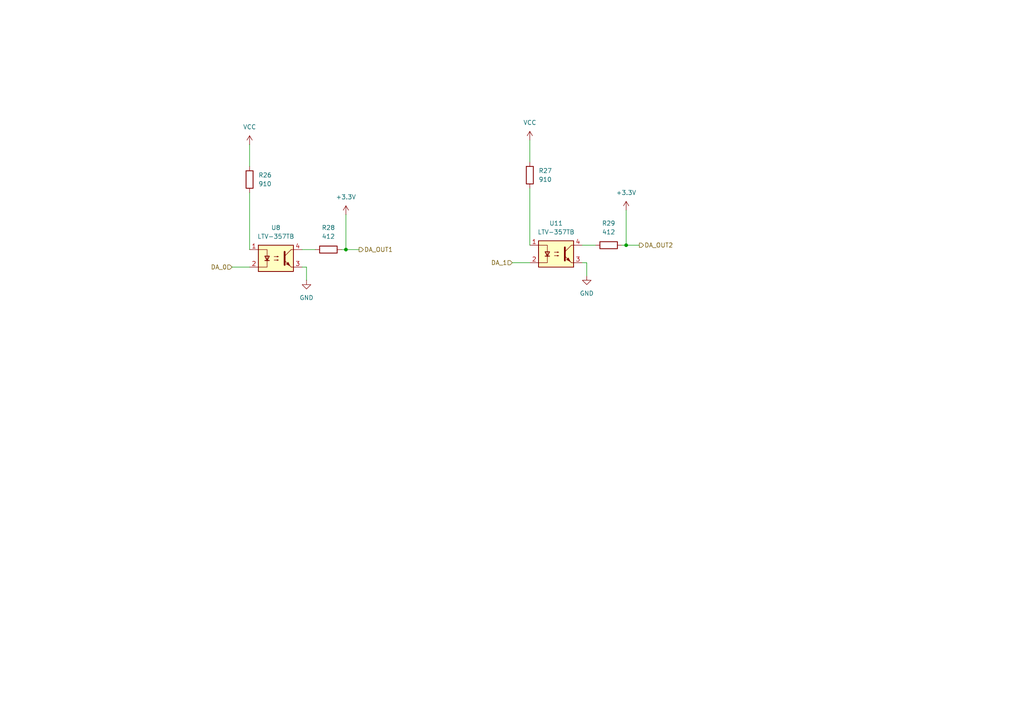
<source format=kicad_sch>
(kicad_sch
	(version 20250114)
	(generator "eeschema")
	(generator_version "9.0")
	(uuid "2c1e36a9-cd41-4b70-bca1-663758795e63")
	(paper "A4")
	(lib_symbols
		(symbol "Device:R"
			(pin_numbers
				(hide yes)
			)
			(pin_names
				(offset 0)
			)
			(exclude_from_sim no)
			(in_bom yes)
			(on_board yes)
			(property "Reference" "R"
				(at 2.032 0 90)
				(effects
					(font
						(size 1.27 1.27)
					)
				)
			)
			(property "Value" "R"
				(at 0 0 90)
				(effects
					(font
						(size 1.27 1.27)
					)
				)
			)
			(property "Footprint" ""
				(at -1.778 0 90)
				(effects
					(font
						(size 1.27 1.27)
					)
					(hide yes)
				)
			)
			(property "Datasheet" "~"
				(at 0 0 0)
				(effects
					(font
						(size 1.27 1.27)
					)
					(hide yes)
				)
			)
			(property "Description" "Resistor"
				(at 0 0 0)
				(effects
					(font
						(size 1.27 1.27)
					)
					(hide yes)
				)
			)
			(property "ki_keywords" "R res resistor"
				(at 0 0 0)
				(effects
					(font
						(size 1.27 1.27)
					)
					(hide yes)
				)
			)
			(property "ki_fp_filters" "R_*"
				(at 0 0 0)
				(effects
					(font
						(size 1.27 1.27)
					)
					(hide yes)
				)
			)
			(symbol "R_0_1"
				(rectangle
					(start -1.016 -2.54)
					(end 1.016 2.54)
					(stroke
						(width 0.254)
						(type default)
					)
					(fill
						(type none)
					)
				)
			)
			(symbol "R_1_1"
				(pin passive line
					(at 0 3.81 270)
					(length 1.27)
					(name "~"
						(effects
							(font
								(size 1.27 1.27)
							)
						)
					)
					(number "1"
						(effects
							(font
								(size 1.27 1.27)
							)
						)
					)
				)
				(pin passive line
					(at 0 -3.81 90)
					(length 1.27)
					(name "~"
						(effects
							(font
								(size 1.27 1.27)
							)
						)
					)
					(number "2"
						(effects
							(font
								(size 1.27 1.27)
							)
						)
					)
				)
			)
			(embedded_fonts no)
		)
		(symbol "Isolator:LTV-357T"
			(pin_names
				(offset 1.016)
			)
			(exclude_from_sim no)
			(in_bom yes)
			(on_board yes)
			(property "Reference" "U"
				(at -5.334 4.826 0)
				(effects
					(font
						(size 1.27 1.27)
					)
					(justify left)
				)
			)
			(property "Value" "LTV-357T"
				(at 0 5.08 0)
				(effects
					(font
						(size 1.27 1.27)
					)
					(justify left)
				)
			)
			(property "Footprint" "Package_SO:SO-4_4.4x3.6mm_P2.54mm"
				(at -5.08 -5.08 0)
				(effects
					(font
						(size 1.27 1.27)
						(italic yes)
					)
					(justify left)
					(hide yes)
				)
			)
			(property "Datasheet" "https://www.buerklin.com/medias/sys_master/download/download/h91/ha0/8892020588574.pdf"
				(at 0 0 0)
				(effects
					(font
						(size 1.27 1.27)
					)
					(justify left)
					(hide yes)
				)
			)
			(property "Description" "DC Optocoupler, Vce 35V, CTR 50%, SO-4"
				(at 0 0 0)
				(effects
					(font
						(size 1.27 1.27)
					)
					(hide yes)
				)
			)
			(property "ki_keywords" "NPN DC Optocoupler"
				(at 0 0 0)
				(effects
					(font
						(size 1.27 1.27)
					)
					(hide yes)
				)
			)
			(property "ki_fp_filters" "SO*4.4x3.6mm*P2.54mm*"
				(at 0 0 0)
				(effects
					(font
						(size 1.27 1.27)
					)
					(hide yes)
				)
			)
			(symbol "LTV-357T_0_1"
				(rectangle
					(start -5.08 3.81)
					(end 5.08 -3.81)
					(stroke
						(width 0.254)
						(type default)
					)
					(fill
						(type background)
					)
				)
				(polyline
					(pts
						(xy -5.08 2.54) (xy -2.54 2.54) (xy -2.54 -0.762)
					)
					(stroke
						(width 0)
						(type default)
					)
					(fill
						(type none)
					)
				)
				(polyline
					(pts
						(xy -3.175 -0.635) (xy -1.905 -0.635)
					)
					(stroke
						(width 0.254)
						(type default)
					)
					(fill
						(type none)
					)
				)
				(polyline
					(pts
						(xy -2.54 -0.635) (xy -2.54 -2.54) (xy -5.08 -2.54)
					)
					(stroke
						(width 0)
						(type default)
					)
					(fill
						(type none)
					)
				)
				(polyline
					(pts
						(xy -2.54 -0.635) (xy -3.175 0.635) (xy -1.905 0.635) (xy -2.54 -0.635)
					)
					(stroke
						(width 0.254)
						(type default)
					)
					(fill
						(type none)
					)
				)
				(polyline
					(pts
						(xy -0.508 0.508) (xy 0.762 0.508) (xy 0.381 0.381) (xy 0.381 0.635) (xy 0.762 0.508)
					)
					(stroke
						(width 0)
						(type default)
					)
					(fill
						(type none)
					)
				)
				(polyline
					(pts
						(xy -0.508 -0.508) (xy 0.762 -0.508) (xy 0.381 -0.635) (xy 0.381 -0.381) (xy 0.762 -0.508)
					)
					(stroke
						(width 0)
						(type default)
					)
					(fill
						(type none)
					)
				)
				(polyline
					(pts
						(xy 2.54 1.905) (xy 2.54 -1.905) (xy 2.54 -1.905)
					)
					(stroke
						(width 0.508)
						(type default)
					)
					(fill
						(type none)
					)
				)
				(polyline
					(pts
						(xy 2.54 0.635) (xy 4.445 2.54)
					)
					(stroke
						(width 0)
						(type default)
					)
					(fill
						(type none)
					)
				)
				(polyline
					(pts
						(xy 3.048 -1.651) (xy 3.556 -1.143) (xy 4.064 -2.159) (xy 3.048 -1.651) (xy 3.048 -1.651)
					)
					(stroke
						(width 0)
						(type default)
					)
					(fill
						(type outline)
					)
				)
				(polyline
					(pts
						(xy 4.445 2.54) (xy 5.08 2.54)
					)
					(stroke
						(width 0)
						(type default)
					)
					(fill
						(type none)
					)
				)
				(polyline
					(pts
						(xy 4.445 -2.54) (xy 2.54 -0.635)
					)
					(stroke
						(width 0)
						(type default)
					)
					(fill
						(type outline)
					)
				)
				(polyline
					(pts
						(xy 4.445 -2.54) (xy 5.08 -2.54)
					)
					(stroke
						(width 0)
						(type default)
					)
					(fill
						(type none)
					)
				)
			)
			(symbol "LTV-357T_1_1"
				(pin passive line
					(at -7.62 2.54 0)
					(length 2.54)
					(name "~"
						(effects
							(font
								(size 1.27 1.27)
							)
						)
					)
					(number "1"
						(effects
							(font
								(size 1.27 1.27)
							)
						)
					)
				)
				(pin passive line
					(at -7.62 -2.54 0)
					(length 2.54)
					(name "~"
						(effects
							(font
								(size 1.27 1.27)
							)
						)
					)
					(number "2"
						(effects
							(font
								(size 1.27 1.27)
							)
						)
					)
				)
				(pin passive line
					(at 7.62 2.54 180)
					(length 2.54)
					(name "~"
						(effects
							(font
								(size 1.27 1.27)
							)
						)
					)
					(number "4"
						(effects
							(font
								(size 1.27 1.27)
							)
						)
					)
				)
				(pin passive line
					(at 7.62 -2.54 180)
					(length 2.54)
					(name "~"
						(effects
							(font
								(size 1.27 1.27)
							)
						)
					)
					(number "3"
						(effects
							(font
								(size 1.27 1.27)
							)
						)
					)
				)
			)
			(embedded_fonts no)
		)
		(symbol "power:+3.3V"
			(power)
			(pin_numbers
				(hide yes)
			)
			(pin_names
				(offset 0)
				(hide yes)
			)
			(exclude_from_sim no)
			(in_bom yes)
			(on_board yes)
			(property "Reference" "#PWR"
				(at 0 -3.81 0)
				(effects
					(font
						(size 1.27 1.27)
					)
					(hide yes)
				)
			)
			(property "Value" "+3.3V"
				(at 0 3.556 0)
				(effects
					(font
						(size 1.27 1.27)
					)
				)
			)
			(property "Footprint" ""
				(at 0 0 0)
				(effects
					(font
						(size 1.27 1.27)
					)
					(hide yes)
				)
			)
			(property "Datasheet" ""
				(at 0 0 0)
				(effects
					(font
						(size 1.27 1.27)
					)
					(hide yes)
				)
			)
			(property "Description" "Power symbol creates a global label with name \"+3.3V\""
				(at 0 0 0)
				(effects
					(font
						(size 1.27 1.27)
					)
					(hide yes)
				)
			)
			(property "ki_keywords" "global power"
				(at 0 0 0)
				(effects
					(font
						(size 1.27 1.27)
					)
					(hide yes)
				)
			)
			(symbol "+3.3V_0_1"
				(polyline
					(pts
						(xy -0.762 1.27) (xy 0 2.54)
					)
					(stroke
						(width 0)
						(type default)
					)
					(fill
						(type none)
					)
				)
				(polyline
					(pts
						(xy 0 2.54) (xy 0.762 1.27)
					)
					(stroke
						(width 0)
						(type default)
					)
					(fill
						(type none)
					)
				)
				(polyline
					(pts
						(xy 0 0) (xy 0 2.54)
					)
					(stroke
						(width 0)
						(type default)
					)
					(fill
						(type none)
					)
				)
			)
			(symbol "+3.3V_1_1"
				(pin power_in line
					(at 0 0 90)
					(length 0)
					(name "~"
						(effects
							(font
								(size 1.27 1.27)
							)
						)
					)
					(number "1"
						(effects
							(font
								(size 1.27 1.27)
							)
						)
					)
				)
			)
			(embedded_fonts no)
		)
		(symbol "power:GND"
			(power)
			(pin_numbers
				(hide yes)
			)
			(pin_names
				(offset 0)
				(hide yes)
			)
			(exclude_from_sim no)
			(in_bom yes)
			(on_board yes)
			(property "Reference" "#PWR"
				(at 0 -6.35 0)
				(effects
					(font
						(size 1.27 1.27)
					)
					(hide yes)
				)
			)
			(property "Value" "GND"
				(at 0 -3.81 0)
				(effects
					(font
						(size 1.27 1.27)
					)
				)
			)
			(property "Footprint" ""
				(at 0 0 0)
				(effects
					(font
						(size 1.27 1.27)
					)
					(hide yes)
				)
			)
			(property "Datasheet" ""
				(at 0 0 0)
				(effects
					(font
						(size 1.27 1.27)
					)
					(hide yes)
				)
			)
			(property "Description" "Power symbol creates a global label with name \"GND\" , ground"
				(at 0 0 0)
				(effects
					(font
						(size 1.27 1.27)
					)
					(hide yes)
				)
			)
			(property "ki_keywords" "global power"
				(at 0 0 0)
				(effects
					(font
						(size 1.27 1.27)
					)
					(hide yes)
				)
			)
			(symbol "GND_0_1"
				(polyline
					(pts
						(xy 0 0) (xy 0 -1.27) (xy 1.27 -1.27) (xy 0 -2.54) (xy -1.27 -1.27) (xy 0 -1.27)
					)
					(stroke
						(width 0)
						(type default)
					)
					(fill
						(type none)
					)
				)
			)
			(symbol "GND_1_1"
				(pin power_in line
					(at 0 0 270)
					(length 0)
					(name "~"
						(effects
							(font
								(size 1.27 1.27)
							)
						)
					)
					(number "1"
						(effects
							(font
								(size 1.27 1.27)
							)
						)
					)
				)
			)
			(embedded_fonts no)
		)
		(symbol "power:VCC"
			(power)
			(pin_numbers
				(hide yes)
			)
			(pin_names
				(offset 0)
				(hide yes)
			)
			(exclude_from_sim no)
			(in_bom yes)
			(on_board yes)
			(property "Reference" "#PWR"
				(at 0 -3.81 0)
				(effects
					(font
						(size 1.27 1.27)
					)
					(hide yes)
				)
			)
			(property "Value" "VCC"
				(at 0 3.556 0)
				(effects
					(font
						(size 1.27 1.27)
					)
				)
			)
			(property "Footprint" ""
				(at 0 0 0)
				(effects
					(font
						(size 1.27 1.27)
					)
					(hide yes)
				)
			)
			(property "Datasheet" ""
				(at 0 0 0)
				(effects
					(font
						(size 1.27 1.27)
					)
					(hide yes)
				)
			)
			(property "Description" "Power symbol creates a global label with name \"VCC\""
				(at 0 0 0)
				(effects
					(font
						(size 1.27 1.27)
					)
					(hide yes)
				)
			)
			(property "ki_keywords" "global power"
				(at 0 0 0)
				(effects
					(font
						(size 1.27 1.27)
					)
					(hide yes)
				)
			)
			(symbol "VCC_0_1"
				(polyline
					(pts
						(xy -0.762 1.27) (xy 0 2.54)
					)
					(stroke
						(width 0)
						(type default)
					)
					(fill
						(type none)
					)
				)
				(polyline
					(pts
						(xy 0 2.54) (xy 0.762 1.27)
					)
					(stroke
						(width 0)
						(type default)
					)
					(fill
						(type none)
					)
				)
				(polyline
					(pts
						(xy 0 0) (xy 0 2.54)
					)
					(stroke
						(width 0)
						(type default)
					)
					(fill
						(type none)
					)
				)
			)
			(symbol "VCC_1_1"
				(pin power_in line
					(at 0 0 90)
					(length 0)
					(name "~"
						(effects
							(font
								(size 1.27 1.27)
							)
						)
					)
					(number "1"
						(effects
							(font
								(size 1.27 1.27)
							)
						)
					)
				)
			)
			(embedded_fonts no)
		)
	)
	(junction
		(at 100.33 72.39)
		(diameter 0)
		(color 0 0 0 0)
		(uuid "42b371df-685d-4eae-95e0-44359926e74e")
	)
	(junction
		(at 181.61 71.12)
		(diameter 0)
		(color 0 0 0 0)
		(uuid "7efccf74-75f7-4498-a5d6-c1c1b152f3a8")
	)
	(wire
		(pts
			(xy 170.18 80.01) (xy 170.18 76.2)
		)
		(stroke
			(width 0)
			(type default)
		)
		(uuid "1a989265-bfc4-454e-9374-f6fe1f6a155d")
	)
	(wire
		(pts
			(xy 67.31 77.47) (xy 72.39 77.47)
		)
		(stroke
			(width 0)
			(type default)
		)
		(uuid "4daae772-259b-4f35-b4b8-a1290f889d36")
	)
	(wire
		(pts
			(xy 72.39 41.91) (xy 72.39 48.26)
		)
		(stroke
			(width 0)
			(type default)
		)
		(uuid "500f63f2-37aa-4088-8fe0-c7f72e6f23d8")
	)
	(wire
		(pts
			(xy 72.39 55.88) (xy 72.39 72.39)
		)
		(stroke
			(width 0)
			(type default)
		)
		(uuid "55918415-3a94-4a75-b2e1-94ce55b717e0")
	)
	(wire
		(pts
			(xy 181.61 71.12) (xy 185.42 71.12)
		)
		(stroke
			(width 0)
			(type default)
		)
		(uuid "70799fab-92d5-4041-89ba-5dc908b3a874")
	)
	(wire
		(pts
			(xy 180.34 71.12) (xy 181.61 71.12)
		)
		(stroke
			(width 0)
			(type default)
		)
		(uuid "8119c2f6-cb27-4960-92a8-8a3846573f64")
	)
	(wire
		(pts
			(xy 168.91 71.12) (xy 172.72 71.12)
		)
		(stroke
			(width 0)
			(type default)
		)
		(uuid "93bab075-87c9-4855-9873-393ac4baacbd")
	)
	(wire
		(pts
			(xy 100.33 72.39) (xy 104.14 72.39)
		)
		(stroke
			(width 0)
			(type default)
		)
		(uuid "9b55ec97-10c0-4293-ac81-a131484ac7bc")
	)
	(wire
		(pts
			(xy 100.33 62.23) (xy 100.33 72.39)
		)
		(stroke
			(width 0)
			(type default)
		)
		(uuid "a15300c1-e490-4c93-b268-335bdf604d99")
	)
	(wire
		(pts
			(xy 88.9 81.28) (xy 88.9 77.47)
		)
		(stroke
			(width 0)
			(type default)
		)
		(uuid "ab6d78c9-1cb2-4cf4-8969-bdb5519aca6e")
	)
	(wire
		(pts
			(xy 153.67 54.61) (xy 153.67 71.12)
		)
		(stroke
			(width 0)
			(type default)
		)
		(uuid "adb6efaf-049d-40b0-b387-b1584d6de177")
	)
	(wire
		(pts
			(xy 99.06 72.39) (xy 100.33 72.39)
		)
		(stroke
			(width 0)
			(type default)
		)
		(uuid "b6f06021-4054-4878-9bfc-a4eadc24b134")
	)
	(wire
		(pts
			(xy 88.9 77.47) (xy 87.63 77.47)
		)
		(stroke
			(width 0)
			(type default)
		)
		(uuid "d0a102b5-fd5e-4976-bfa5-ce226e53a9c4")
	)
	(wire
		(pts
			(xy 153.67 40.64) (xy 153.67 46.99)
		)
		(stroke
			(width 0)
			(type default)
		)
		(uuid "ded6c4b7-0219-4b5e-af8a-ec771ae71a23")
	)
	(wire
		(pts
			(xy 87.63 72.39) (xy 91.44 72.39)
		)
		(stroke
			(width 0)
			(type default)
		)
		(uuid "e1960091-4023-4b50-88d1-a05e6812396b")
	)
	(wire
		(pts
			(xy 181.61 60.96) (xy 181.61 71.12)
		)
		(stroke
			(width 0)
			(type default)
		)
		(uuid "e3039ab8-61c0-4713-9fea-7b53b6006eba")
	)
	(wire
		(pts
			(xy 170.18 76.2) (xy 168.91 76.2)
		)
		(stroke
			(width 0)
			(type default)
		)
		(uuid "e576a710-db1f-4b2f-8bad-c590e1bfa775")
	)
	(wire
		(pts
			(xy 148.59 76.2) (xy 153.67 76.2)
		)
		(stroke
			(width 0)
			(type default)
		)
		(uuid "f6c5c9cf-8035-4e64-a4b1-00e630e74cb9")
	)
	(hierarchical_label "DA_0"
		(shape input)
		(at 67.31 77.47 180)
		(effects
			(font
				(size 1.27 1.27)
			)
			(justify right)
		)
		(uuid "4494774f-6ecb-46fa-8252-7b166dd5edc3")
	)
	(hierarchical_label "DA_OUT2"
		(shape output)
		(at 185.42 71.12 0)
		(effects
			(font
				(size 1.27 1.27)
			)
			(justify left)
		)
		(uuid "82367224-476f-44ef-bbd0-0c64208affdb")
	)
	(hierarchical_label "DA_OUT1"
		(shape output)
		(at 104.14 72.39 0)
		(effects
			(font
				(size 1.27 1.27)
			)
			(justify left)
		)
		(uuid "8c438071-8c80-4631-9fe3-baf994607a8a")
	)
	(hierarchical_label "DA_1"
		(shape input)
		(at 148.59 76.2 180)
		(effects
			(font
				(size 1.27 1.27)
			)
			(justify right)
		)
		(uuid "ad5e88d0-9e09-40b4-9b8f-fa289e25e6ea")
	)
	(symbol
		(lib_id "Device:R")
		(at 176.53 71.12 270)
		(unit 1)
		(exclude_from_sim no)
		(in_bom yes)
		(on_board yes)
		(dnp no)
		(fields_autoplaced yes)
		(uuid "19fc35f4-e7d7-4652-9b7a-2bea850b2059")
		(property "Reference" "R29"
			(at 176.53 64.77 90)
			(effects
				(font
					(size 1.27 1.27)
				)
			)
		)
		(property "Value" "412"
			(at 176.53 67.31 90)
			(effects
				(font
					(size 1.27 1.27)
				)
			)
		)
		(property "Footprint" ""
			(at 176.53 69.342 90)
			(effects
				(font
					(size 1.27 1.27)
				)
				(hide yes)
			)
		)
		(property "Datasheet" "~"
			(at 176.53 71.12 0)
			(effects
				(font
					(size 1.27 1.27)
				)
				(hide yes)
			)
		)
		(property "Description" "Resistor"
			(at 176.53 71.12 0)
			(effects
				(font
					(size 1.27 1.27)
				)
				(hide yes)
			)
		)
		(pin "1"
			(uuid "a651b2d9-31c0-45fe-ae59-958adb8ec2da")
		)
		(pin "2"
			(uuid "4919cc7a-c5ba-46ed-b3b8-c9bef7c02fd3")
		)
		(instances
			(project "NIVARA PROJECT"
				(path "/dc6fb271-dfd0-4448-98f1-862b1cc93a80/2ca62569-d560-4cca-9470-52fd378086ae/15cacb5b-2319-47d5-b4b2-e2c119aa60ab"
					(reference "R29")
					(unit 1)
				)
			)
		)
	)
	(symbol
		(lib_id "Isolator:LTV-357T")
		(at 80.01 74.93 0)
		(unit 1)
		(exclude_from_sim no)
		(in_bom yes)
		(on_board yes)
		(dnp no)
		(fields_autoplaced yes)
		(uuid "397c155b-0d18-4b27-bcde-e9eef753e0c8")
		(property "Reference" "U8"
			(at 80.01 66.04 0)
			(effects
				(font
					(size 1.27 1.27)
				)
			)
		)
		(property "Value" "LTV-357TB"
			(at 80.01 68.58 0)
			(effects
				(font
					(size 1.27 1.27)
				)
			)
		)
		(property "Footprint" "Package_SO:SO-4_4.4x3.6mm_P2.54mm"
			(at 74.93 80.01 0)
			(effects
				(font
					(size 1.27 1.27)
					(italic yes)
				)
				(justify left)
				(hide yes)
			)
		)
		(property "Datasheet" "https://www.buerklin.com/medias/sys_master/download/download/h91/ha0/8892020588574.pdf"
			(at 80.01 74.93 0)
			(effects
				(font
					(size 1.27 1.27)
				)
				(justify left)
				(hide yes)
			)
		)
		(property "Description" "DC Optocoupler, Vce 35V, CTR 50%, SO-4"
			(at 80.01 74.93 0)
			(effects
				(font
					(size 1.27 1.27)
				)
				(hide yes)
			)
		)
		(pin "3"
			(uuid "258dab4e-ca1a-4780-bfc5-02eae31d590c")
		)
		(pin "1"
			(uuid "4de9a020-9cbf-4efa-ac23-a27076cb1124")
		)
		(pin "2"
			(uuid "eaa348d6-5a42-45de-9dce-2d48c46ac1a8")
		)
		(pin "4"
			(uuid "86141d65-f3fe-45df-97db-040346f8a861")
		)
		(instances
			(project "NIVARA PROJECT"
				(path "/dc6fb271-dfd0-4448-98f1-862b1cc93a80/2ca62569-d560-4cca-9470-52fd378086ae/15cacb5b-2319-47d5-b4b2-e2c119aa60ab"
					(reference "U8")
					(unit 1)
				)
			)
		)
	)
	(symbol
		(lib_id "power:GND")
		(at 88.9 81.28 0)
		(unit 1)
		(exclude_from_sim no)
		(in_bom yes)
		(on_board yes)
		(dnp no)
		(fields_autoplaced yes)
		(uuid "3ef5136a-590d-450b-8227-92842dfdb9f6")
		(property "Reference" "#PWR052"
			(at 88.9 87.63 0)
			(effects
				(font
					(size 1.27 1.27)
				)
				(hide yes)
			)
		)
		(property "Value" "GND"
			(at 88.9 86.36 0)
			(effects
				(font
					(size 1.27 1.27)
				)
			)
		)
		(property "Footprint" ""
			(at 88.9 81.28 0)
			(effects
				(font
					(size 1.27 1.27)
				)
				(hide yes)
			)
		)
		(property "Datasheet" ""
			(at 88.9 81.28 0)
			(effects
				(font
					(size 1.27 1.27)
				)
				(hide yes)
			)
		)
		(property "Description" "Power symbol creates a global label with name \"GND\" , ground"
			(at 88.9 81.28 0)
			(effects
				(font
					(size 1.27 1.27)
				)
				(hide yes)
			)
		)
		(pin "1"
			(uuid "1d3f5112-b959-47e3-ac9f-69c55447f333")
		)
		(instances
			(project "NIVARA PROJECT"
				(path "/dc6fb271-dfd0-4448-98f1-862b1cc93a80/2ca62569-d560-4cca-9470-52fd378086ae/15cacb5b-2319-47d5-b4b2-e2c119aa60ab"
					(reference "#PWR052")
					(unit 1)
				)
			)
		)
	)
	(symbol
		(lib_id "Device:R")
		(at 153.67 50.8 180)
		(unit 1)
		(exclude_from_sim no)
		(in_bom yes)
		(on_board yes)
		(dnp no)
		(fields_autoplaced yes)
		(uuid "514d3a96-22ae-4818-bdd4-88ca51fb5d32")
		(property "Reference" "R27"
			(at 156.21 49.5299 0)
			(effects
				(font
					(size 1.27 1.27)
				)
				(justify right)
			)
		)
		(property "Value" "910"
			(at 156.21 52.0699 0)
			(effects
				(font
					(size 1.27 1.27)
				)
				(justify right)
			)
		)
		(property "Footprint" "Resistor_SMD:R_0603_1608Metric"
			(at 155.448 50.8 90)
			(effects
				(font
					(size 1.27 1.27)
				)
				(hide yes)
			)
		)
		(property "Datasheet" "~"
			(at 153.67 50.8 0)
			(effects
				(font
					(size 1.27 1.27)
				)
				(hide yes)
			)
		)
		(property "Description" "Resistor"
			(at 153.67 50.8 0)
			(effects
				(font
					(size 1.27 1.27)
				)
				(hide yes)
			)
		)
		(property "LCSC#" "C114670"
			(at 153.67 50.8 90)
			(effects
				(font
					(size 1.27 1.27)
				)
				(hide yes)
			)
		)
		(pin "1"
			(uuid "67ee0b72-18dd-454b-841d-a2df6c00e658")
		)
		(pin "2"
			(uuid "a1ecf00d-59c3-4b2f-95f2-cf47820849f8")
		)
		(instances
			(project "NIVARA PROJECT"
				(path "/dc6fb271-dfd0-4448-98f1-862b1cc93a80/2ca62569-d560-4cca-9470-52fd378086ae/15cacb5b-2319-47d5-b4b2-e2c119aa60ab"
					(reference "R27")
					(unit 1)
				)
			)
		)
	)
	(symbol
		(lib_id "power:GND")
		(at 170.18 80.01 0)
		(unit 1)
		(exclude_from_sim no)
		(in_bom yes)
		(on_board yes)
		(dnp no)
		(fields_autoplaced yes)
		(uuid "54990659-561b-40ac-be3a-43c3087b487d")
		(property "Reference" "#PWR060"
			(at 170.18 86.36 0)
			(effects
				(font
					(size 1.27 1.27)
				)
				(hide yes)
			)
		)
		(property "Value" "GND"
			(at 170.18 85.09 0)
			(effects
				(font
					(size 1.27 1.27)
				)
			)
		)
		(property "Footprint" ""
			(at 170.18 80.01 0)
			(effects
				(font
					(size 1.27 1.27)
				)
				(hide yes)
			)
		)
		(property "Datasheet" ""
			(at 170.18 80.01 0)
			(effects
				(font
					(size 1.27 1.27)
				)
				(hide yes)
			)
		)
		(property "Description" "Power symbol creates a global label with name \"GND\" , ground"
			(at 170.18 80.01 0)
			(effects
				(font
					(size 1.27 1.27)
				)
				(hide yes)
			)
		)
		(pin "1"
			(uuid "4fc68d4f-e7b7-40fc-9b3f-bf7b3921e9c5")
		)
		(instances
			(project "NIVARA PROJECT"
				(path "/dc6fb271-dfd0-4448-98f1-862b1cc93a80/2ca62569-d560-4cca-9470-52fd378086ae/15cacb5b-2319-47d5-b4b2-e2c119aa60ab"
					(reference "#PWR060")
					(unit 1)
				)
			)
		)
	)
	(symbol
		(lib_id "power:+3.3V")
		(at 181.61 60.96 0)
		(unit 1)
		(exclude_from_sim no)
		(in_bom yes)
		(on_board yes)
		(dnp no)
		(fields_autoplaced yes)
		(uuid "65a6b5ab-d9e1-4515-b4ab-69c7c03a201b")
		(property "Reference" "#PWR062"
			(at 181.61 64.77 0)
			(effects
				(font
					(size 1.27 1.27)
				)
				(hide yes)
			)
		)
		(property "Value" "+3.3V"
			(at 181.61 55.88 0)
			(effects
				(font
					(size 1.27 1.27)
				)
			)
		)
		(property "Footprint" ""
			(at 181.61 60.96 0)
			(effects
				(font
					(size 1.27 1.27)
				)
				(hide yes)
			)
		)
		(property "Datasheet" ""
			(at 181.61 60.96 0)
			(effects
				(font
					(size 1.27 1.27)
				)
				(hide yes)
			)
		)
		(property "Description" "Power symbol creates a global label with name \"+3.3V\""
			(at 181.61 60.96 0)
			(effects
				(font
					(size 1.27 1.27)
				)
				(hide yes)
			)
		)
		(pin "1"
			(uuid "15d51bf1-4712-48b9-8454-b66505909fa5")
		)
		(instances
			(project "NIVARA PROJECT"
				(path "/dc6fb271-dfd0-4448-98f1-862b1cc93a80/2ca62569-d560-4cca-9470-52fd378086ae/15cacb5b-2319-47d5-b4b2-e2c119aa60ab"
					(reference "#PWR062")
					(unit 1)
				)
			)
		)
	)
	(symbol
		(lib_id "Device:R")
		(at 72.39 52.07 180)
		(unit 1)
		(exclude_from_sim no)
		(in_bom yes)
		(on_board yes)
		(dnp no)
		(fields_autoplaced yes)
		(uuid "8c55c2f0-3508-4fc4-9733-763f9e806685")
		(property "Reference" "R26"
			(at 74.93 50.7999 0)
			(effects
				(font
					(size 1.27 1.27)
				)
				(justify right)
			)
		)
		(property "Value" "910"
			(at 74.93 53.3399 0)
			(effects
				(font
					(size 1.27 1.27)
				)
				(justify right)
			)
		)
		(property "Footprint" "Resistor_SMD:R_0603_1608Metric"
			(at 74.168 52.07 90)
			(effects
				(font
					(size 1.27 1.27)
				)
				(hide yes)
			)
		)
		(property "Datasheet" "~"
			(at 72.39 52.07 0)
			(effects
				(font
					(size 1.27 1.27)
				)
				(hide yes)
			)
		)
		(property "Description" "Resistor"
			(at 72.39 52.07 0)
			(effects
				(font
					(size 1.27 1.27)
				)
				(hide yes)
			)
		)
		(property "LCSC#" "C114670"
			(at 72.39 52.07 90)
			(effects
				(font
					(size 1.27 1.27)
				)
				(hide yes)
			)
		)
		(pin "1"
			(uuid "13fd9e4c-cd46-4b66-8dbb-649cd0384a25")
		)
		(pin "2"
			(uuid "4e7df92f-87a8-484d-b9cc-7c81e9866881")
		)
		(instances
			(project "NIVARA PROJECT"
				(path "/dc6fb271-dfd0-4448-98f1-862b1cc93a80/2ca62569-d560-4cca-9470-52fd378086ae/15cacb5b-2319-47d5-b4b2-e2c119aa60ab"
					(reference "R26")
					(unit 1)
				)
			)
		)
	)
	(symbol
		(lib_id "Isolator:LTV-357T")
		(at 161.29 73.66 0)
		(unit 1)
		(exclude_from_sim no)
		(in_bom yes)
		(on_board yes)
		(dnp no)
		(fields_autoplaced yes)
		(uuid "9958da5e-c50b-446d-8310-538dbd064731")
		(property "Reference" "U11"
			(at 161.29 64.77 0)
			(effects
				(font
					(size 1.27 1.27)
				)
			)
		)
		(property "Value" "LTV-357TB"
			(at 161.29 67.31 0)
			(effects
				(font
					(size 1.27 1.27)
				)
			)
		)
		(property "Footprint" "Package_SO:SO-4_4.4x3.6mm_P2.54mm"
			(at 156.21 78.74 0)
			(effects
				(font
					(size 1.27 1.27)
					(italic yes)
				)
				(justify left)
				(hide yes)
			)
		)
		(property "Datasheet" "https://www.buerklin.com/medias/sys_master/download/download/h91/ha0/8892020588574.pdf"
			(at 161.29 73.66 0)
			(effects
				(font
					(size 1.27 1.27)
				)
				(justify left)
				(hide yes)
			)
		)
		(property "Description" "DC Optocoupler, Vce 35V, CTR 50%, SO-4"
			(at 161.29 73.66 0)
			(effects
				(font
					(size 1.27 1.27)
				)
				(hide yes)
			)
		)
		(pin "3"
			(uuid "8ffd2232-8f49-4d0f-a758-8f92c4092143")
		)
		(pin "1"
			(uuid "011c60ac-eb03-4eee-94a2-cb29f063bcd7")
		)
		(pin "2"
			(uuid "2c2850bc-1334-43fa-a6e8-3436a3d32540")
		)
		(pin "4"
			(uuid "459837a4-0d2e-41b1-bf01-7879083701a1")
		)
		(instances
			(project "NIVARA PROJECT"
				(path "/dc6fb271-dfd0-4448-98f1-862b1cc93a80/2ca62569-d560-4cca-9470-52fd378086ae/15cacb5b-2319-47d5-b4b2-e2c119aa60ab"
					(reference "U11")
					(unit 1)
				)
			)
		)
	)
	(symbol
		(lib_id "power:VCC")
		(at 153.67 40.64 0)
		(unit 1)
		(exclude_from_sim no)
		(in_bom yes)
		(on_board yes)
		(dnp no)
		(fields_autoplaced yes)
		(uuid "a909a67a-ce57-4a60-a565-185e84c171e1")
		(property "Reference" "#PWR048"
			(at 153.67 44.45 0)
			(effects
				(font
					(size 1.27 1.27)
				)
				(hide yes)
			)
		)
		(property "Value" "VCC"
			(at 153.67 35.56 0)
			(effects
				(font
					(size 1.27 1.27)
				)
			)
		)
		(property "Footprint" ""
			(at 153.67 40.64 0)
			(effects
				(font
					(size 1.27 1.27)
				)
				(hide yes)
			)
		)
		(property "Datasheet" ""
			(at 153.67 40.64 0)
			(effects
				(font
					(size 1.27 1.27)
				)
				(hide yes)
			)
		)
		(property "Description" "Power symbol creates a global label with name \"VCC\""
			(at 153.67 40.64 0)
			(effects
				(font
					(size 1.27 1.27)
				)
				(hide yes)
			)
		)
		(pin "1"
			(uuid "5c1d0d90-4fcf-4ec9-aaaa-557677f23caf")
		)
		(instances
			(project "NIVARA PROJECT"
				(path "/dc6fb271-dfd0-4448-98f1-862b1cc93a80/2ca62569-d560-4cca-9470-52fd378086ae/15cacb5b-2319-47d5-b4b2-e2c119aa60ab"
					(reference "#PWR048")
					(unit 1)
				)
			)
		)
	)
	(symbol
		(lib_id "power:VCC")
		(at 72.39 41.91 0)
		(unit 1)
		(exclude_from_sim no)
		(in_bom yes)
		(on_board yes)
		(dnp no)
		(fields_autoplaced yes)
		(uuid "b6b9ff29-3eb7-4723-b234-a7c15f69994d")
		(property "Reference" "#PWR047"
			(at 72.39 45.72 0)
			(effects
				(font
					(size 1.27 1.27)
				)
				(hide yes)
			)
		)
		(property "Value" "VCC"
			(at 72.39 36.83 0)
			(effects
				(font
					(size 1.27 1.27)
				)
			)
		)
		(property "Footprint" ""
			(at 72.39 41.91 0)
			(effects
				(font
					(size 1.27 1.27)
				)
				(hide yes)
			)
		)
		(property "Datasheet" ""
			(at 72.39 41.91 0)
			(effects
				(font
					(size 1.27 1.27)
				)
				(hide yes)
			)
		)
		(property "Description" "Power symbol creates a global label with name \"VCC\""
			(at 72.39 41.91 0)
			(effects
				(font
					(size 1.27 1.27)
				)
				(hide yes)
			)
		)
		(pin "1"
			(uuid "1480136f-8277-4579-a5a6-073953cb3bad")
		)
		(instances
			(project "NIVARA PROJECT"
				(path "/dc6fb271-dfd0-4448-98f1-862b1cc93a80/2ca62569-d560-4cca-9470-52fd378086ae/15cacb5b-2319-47d5-b4b2-e2c119aa60ab"
					(reference "#PWR047")
					(unit 1)
				)
			)
		)
	)
	(symbol
		(lib_id "power:+3.3V")
		(at 100.33 62.23 0)
		(unit 1)
		(exclude_from_sim no)
		(in_bom yes)
		(on_board yes)
		(dnp no)
		(fields_autoplaced yes)
		(uuid "f07e472a-d835-4d43-ae99-8f44ddd4915b")
		(property "Reference" "#PWR061"
			(at 100.33 66.04 0)
			(effects
				(font
					(size 1.27 1.27)
				)
				(hide yes)
			)
		)
		(property "Value" "+3.3V"
			(at 100.33 57.15 0)
			(effects
				(font
					(size 1.27 1.27)
				)
			)
		)
		(property "Footprint" ""
			(at 100.33 62.23 0)
			(effects
				(font
					(size 1.27 1.27)
				)
				(hide yes)
			)
		)
		(property "Datasheet" ""
			(at 100.33 62.23 0)
			(effects
				(font
					(size 1.27 1.27)
				)
				(hide yes)
			)
		)
		(property "Description" "Power symbol creates a global label with name \"+3.3V\""
			(at 100.33 62.23 0)
			(effects
				(font
					(size 1.27 1.27)
				)
				(hide yes)
			)
		)
		(pin "1"
			(uuid "10a820a6-cf7b-4427-88c6-9b43eb10c7f3")
		)
		(instances
			(project "NIVARA PROJECT"
				(path "/dc6fb271-dfd0-4448-98f1-862b1cc93a80/2ca62569-d560-4cca-9470-52fd378086ae/15cacb5b-2319-47d5-b4b2-e2c119aa60ab"
					(reference "#PWR061")
					(unit 1)
				)
			)
		)
	)
	(symbol
		(lib_id "Device:R")
		(at 95.25 72.39 270)
		(unit 1)
		(exclude_from_sim no)
		(in_bom yes)
		(on_board yes)
		(dnp no)
		(fields_autoplaced yes)
		(uuid "f2e9112d-69bf-44d5-9776-1bb60002bf0c")
		(property "Reference" "R28"
			(at 95.25 66.04 90)
			(effects
				(font
					(size 1.27 1.27)
				)
			)
		)
		(property "Value" "412"
			(at 95.25 68.58 90)
			(effects
				(font
					(size 1.27 1.27)
				)
			)
		)
		(property "Footprint" ""
			(at 95.25 70.612 90)
			(effects
				(font
					(size 1.27 1.27)
				)
				(hide yes)
			)
		)
		(property "Datasheet" "~"
			(at 95.25 72.39 0)
			(effects
				(font
					(size 1.27 1.27)
				)
				(hide yes)
			)
		)
		(property "Description" "Resistor"
			(at 95.25 72.39 0)
			(effects
				(font
					(size 1.27 1.27)
				)
				(hide yes)
			)
		)
		(pin "1"
			(uuid "e8af5c13-755a-4eff-96ae-8ba116324b59")
		)
		(pin "2"
			(uuid "59027943-16c5-43cd-8255-2406d043e068")
		)
		(instances
			(project "NIVARA PROJECT"
				(path "/dc6fb271-dfd0-4448-98f1-862b1cc93a80/2ca62569-d560-4cca-9470-52fd378086ae/15cacb5b-2319-47d5-b4b2-e2c119aa60ab"
					(reference "R28")
					(unit 1)
				)
			)
		)
	)
)

</source>
